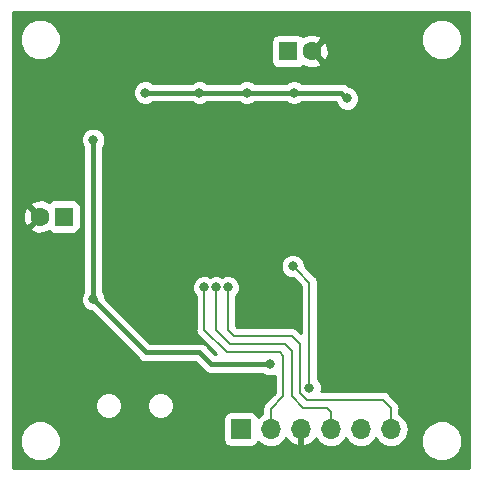
<source format=gbr>
G04 #@! TF.GenerationSoftware,KiCad,Pcbnew,(5.0.2)-1*
G04 #@! TF.CreationDate,2019-01-30T15:42:14+01:00*
G04 #@! TF.ProjectId,lab,6c61622e-6b69-4636-9164-5f7063625858,rev?*
G04 #@! TF.SameCoordinates,Original*
G04 #@! TF.FileFunction,Copper,L2,Bot*
G04 #@! TF.FilePolarity,Positive*
%FSLAX46Y46*%
G04 Gerber Fmt 4.6, Leading zero omitted, Abs format (unit mm)*
G04 Created by KiCad (PCBNEW (5.0.2)-1) date 30/01/2019 15:42:14*
%MOMM*%
%LPD*%
G01*
G04 APERTURE LIST*
G04 #@! TA.AperFunction,ComponentPad*
%ADD10C,1.600000*%
G04 #@! TD*
G04 #@! TA.AperFunction,ComponentPad*
%ADD11R,1.600000X1.600000*%
G04 #@! TD*
G04 #@! TA.AperFunction,ComponentPad*
%ADD12R,1.700000X1.700000*%
G04 #@! TD*
G04 #@! TA.AperFunction,ComponentPad*
%ADD13O,1.700000X1.700000*%
G04 #@! TD*
G04 #@! TA.AperFunction,ViaPad*
%ADD14C,0.800000*%
G04 #@! TD*
G04 #@! TA.AperFunction,Conductor*
%ADD15C,0.400000*%
G04 #@! TD*
G04 #@! TA.AperFunction,Conductor*
%ADD16C,0.200000*%
G04 #@! TD*
G04 #@! TA.AperFunction,Conductor*
%ADD17C,0.254000*%
G04 #@! TD*
G04 APERTURE END LIST*
D10*
G04 #@! TO.P,C1,2*
G04 #@! TO.N,GND*
X23000000Y-38000000D03*
D11*
G04 #@! TO.P,C1,1*
G04 #@! TO.N,+5V*
X25000000Y-38000000D03*
G04 #@! TD*
G04 #@! TO.P,C5,1*
G04 #@! TO.N,+3V3*
X44000000Y-24000000D03*
D10*
G04 #@! TO.P,C5,2*
G04 #@! TO.N,GND*
X46000000Y-24000000D03*
G04 #@! TD*
D12*
G04 #@! TO.P,J2,1*
G04 #@! TO.N,+3V3*
X40000000Y-56000000D03*
D13*
G04 #@! TO.P,J2,2*
G04 #@! TO.N,/SWCLK*
X42540000Y-56000000D03*
G04 #@! TO.P,J2,3*
G04 #@! TO.N,GND*
X45080000Y-56000000D03*
G04 #@! TO.P,J2,4*
G04 #@! TO.N,/SWDIO*
X47620000Y-56000000D03*
G04 #@! TO.P,J2,5*
G04 #@! TO.N,/NRST*
X50160000Y-56000000D03*
G04 #@! TO.P,J2,6*
G04 #@! TO.N,/SWO*
X52700000Y-56000000D03*
G04 #@! TD*
D14*
G04 #@! TO.N,GND*
X37000000Y-38000000D03*
X37000000Y-40000000D03*
X39000000Y-40000000D03*
X39000000Y-38000000D03*
X41000000Y-38000000D03*
X43000000Y-38000000D03*
X43000000Y-40000000D03*
X41000000Y-40000000D03*
X41000000Y-42000000D03*
X41000000Y-36000000D03*
X39000000Y-36000000D03*
X23000000Y-40000000D03*
X23000000Y-36000000D03*
X23000000Y-43000000D03*
X23000000Y-47000000D03*
X26000000Y-49000000D03*
X24000000Y-51000000D03*
X29000000Y-57000000D03*
X36000000Y-54000000D03*
X29000000Y-40000000D03*
X31000000Y-38000000D03*
X33000000Y-33000000D03*
X44000000Y-29000000D03*
X48000000Y-29000000D03*
X50000000Y-29000000D03*
X50000000Y-27000000D03*
X42000000Y-26000000D03*
X39500000Y-29000000D03*
X40000000Y-31000000D03*
X44000000Y-32500000D03*
X36500000Y-23000000D03*
X31500000Y-23000000D03*
X27000000Y-22500000D03*
X25500000Y-24000000D03*
X27000000Y-25500000D03*
X23000000Y-27000000D03*
X25000000Y-30000000D03*
X23000000Y-33000000D03*
X50000000Y-22500000D03*
X54000000Y-22500000D03*
X54000000Y-27000000D03*
X45000000Y-58000000D03*
X49000000Y-58000000D03*
X51000000Y-48500000D03*
X48000000Y-46000000D03*
X31000000Y-45500000D03*
X32500000Y-47000000D03*
X35000000Y-48000000D03*
X42500000Y-52500000D03*
G04 #@! TO.N,+3V3*
X49000000Y-28000000D03*
X44500000Y-27500000D03*
X40500000Y-27500000D03*
X27500000Y-31500000D03*
X42500000Y-50500000D03*
X27500000Y-45000000D03*
X31900000Y-27500000D03*
X36500000Y-27500000D03*
G04 #@! TO.N,/SWCLK*
X36900000Y-44000000D03*
G04 #@! TO.N,/SWDIO*
X37900000Y-44000000D03*
G04 #@! TO.N,/NRST*
X45800000Y-52500000D03*
X44399999Y-42199999D03*
G04 #@! TO.N,/SWO*
X38900000Y-44000000D03*
G04 #@! TD*
D15*
G04 #@! TO.N,+3V3*
X48500000Y-27500000D02*
X49000000Y-28000000D01*
X44500000Y-27500000D02*
X48500000Y-27500000D01*
X40500000Y-27500000D02*
X44500000Y-27500000D01*
X27500000Y-31500000D02*
X27500000Y-45000000D01*
X27500000Y-45000000D02*
X32000000Y-49500000D01*
X32000000Y-49500000D02*
X36500000Y-49500000D01*
X36500000Y-49500000D02*
X37500000Y-50500000D01*
X37500000Y-50500000D02*
X42500000Y-50500000D01*
X31900000Y-27500000D02*
X32465685Y-27500000D01*
X36500000Y-27500000D02*
X40500000Y-27500000D01*
X32465685Y-27500000D02*
X36500000Y-27500000D01*
D16*
G04 #@! TO.N,/SWCLK*
X38800000Y-49500000D02*
X36900000Y-47600000D01*
X43300000Y-49500000D02*
X38800000Y-49500000D01*
X43600000Y-49800000D02*
X43300000Y-49500000D01*
X43600000Y-53200000D02*
X43600000Y-49800000D01*
X42540000Y-56000000D02*
X42540000Y-54260000D01*
X42540000Y-54260000D02*
X43600000Y-53200000D01*
X36900000Y-47600000D02*
X36900000Y-44000000D01*
G04 #@! TO.N,/SWDIO*
X39100000Y-48800000D02*
X37900000Y-47600000D01*
X43700000Y-48800000D02*
X39100000Y-48800000D01*
X47620000Y-54520000D02*
X47300000Y-54200000D01*
X47300000Y-54200000D02*
X45300000Y-54200000D01*
X47620000Y-56000000D02*
X47620000Y-54520000D01*
X45300000Y-54200000D02*
X44300000Y-53200000D01*
X44300000Y-53200000D02*
X44300000Y-49400000D01*
X44300000Y-49400000D02*
X43700000Y-48800000D01*
X37900000Y-47600000D02*
X37900000Y-44000000D01*
G04 #@! TO.N,/NRST*
X44799998Y-42599998D02*
X44399999Y-42199999D01*
X45800000Y-43600000D02*
X44799998Y-42599998D01*
X45800000Y-52500000D02*
X45800000Y-43600000D01*
G04 #@! TO.N,/SWO*
X39400000Y-48100000D02*
X38900000Y-47600000D01*
X44300000Y-48100000D02*
X39400000Y-48100000D01*
X52700000Y-54200000D02*
X52000000Y-53500000D01*
X52700000Y-56000000D02*
X52700000Y-54200000D01*
X45600000Y-53500000D02*
X45000000Y-52900000D01*
X45000000Y-52900000D02*
X45000000Y-48800000D01*
X52000000Y-53500000D02*
X45600000Y-53500000D01*
X45000000Y-48800000D02*
X44300000Y-48100000D01*
X38900000Y-47600000D02*
X38900000Y-44000000D01*
G04 #@! TD*
D17*
G04 #@! TO.N,GND*
G36*
X59290001Y-59290000D02*
X20710000Y-59290000D01*
X20710000Y-56654887D01*
X21265000Y-56654887D01*
X21265000Y-57345113D01*
X21529138Y-57982799D01*
X22017201Y-58470862D01*
X22654887Y-58735000D01*
X23345113Y-58735000D01*
X23982799Y-58470862D01*
X24470862Y-57982799D01*
X24735000Y-57345113D01*
X24735000Y-56654887D01*
X24470862Y-56017201D01*
X23982799Y-55529138D01*
X23345113Y-55265000D01*
X22654887Y-55265000D01*
X22017201Y-55529138D01*
X21529138Y-56017201D01*
X21265000Y-56654887D01*
X20710000Y-56654887D01*
X20710000Y-53774234D01*
X27665000Y-53774234D01*
X27665000Y-54225766D01*
X27837793Y-54642926D01*
X28157074Y-54962207D01*
X28574234Y-55135000D01*
X29025766Y-55135000D01*
X29442926Y-54962207D01*
X29762207Y-54642926D01*
X29935000Y-54225766D01*
X29935000Y-53774234D01*
X32065000Y-53774234D01*
X32065000Y-54225766D01*
X32237793Y-54642926D01*
X32557074Y-54962207D01*
X32974234Y-55135000D01*
X33425766Y-55135000D01*
X33842926Y-54962207D01*
X34162207Y-54642926D01*
X34335000Y-54225766D01*
X34335000Y-53774234D01*
X34162207Y-53357074D01*
X33842926Y-53037793D01*
X33425766Y-52865000D01*
X32974234Y-52865000D01*
X32557074Y-53037793D01*
X32237793Y-53357074D01*
X32065000Y-53774234D01*
X29935000Y-53774234D01*
X29762207Y-53357074D01*
X29442926Y-53037793D01*
X29025766Y-52865000D01*
X28574234Y-52865000D01*
X28157074Y-53037793D01*
X27837793Y-53357074D01*
X27665000Y-53774234D01*
X20710000Y-53774234D01*
X20710000Y-37783223D01*
X21553035Y-37783223D01*
X21580222Y-38353454D01*
X21746136Y-38754005D01*
X21992255Y-38828139D01*
X22820395Y-38000000D01*
X21992255Y-37171861D01*
X21746136Y-37245995D01*
X21553035Y-37783223D01*
X20710000Y-37783223D01*
X20710000Y-36992255D01*
X22171861Y-36992255D01*
X23000000Y-37820395D01*
X23014142Y-37806252D01*
X23193748Y-37985858D01*
X23179605Y-38000000D01*
X23193748Y-38014143D01*
X23014142Y-38193748D01*
X23000000Y-38179605D01*
X22171861Y-39007745D01*
X22245995Y-39253864D01*
X22783223Y-39446965D01*
X23353454Y-39419778D01*
X23743067Y-39258395D01*
X23952235Y-39398157D01*
X24200000Y-39447440D01*
X25800000Y-39447440D01*
X26047765Y-39398157D01*
X26257809Y-39257809D01*
X26398157Y-39047765D01*
X26447440Y-38800000D01*
X26447440Y-37200000D01*
X26398157Y-36952235D01*
X26257809Y-36742191D01*
X26047765Y-36601843D01*
X25800000Y-36552560D01*
X24200000Y-36552560D01*
X23952235Y-36601843D01*
X23742484Y-36741995D01*
X23216777Y-36553035D01*
X22646546Y-36580222D01*
X22245995Y-36746136D01*
X22171861Y-36992255D01*
X20710000Y-36992255D01*
X20710000Y-31294126D01*
X26465000Y-31294126D01*
X26465000Y-31705874D01*
X26622569Y-32086280D01*
X26665000Y-32128711D01*
X26665001Y-44371288D01*
X26622569Y-44413720D01*
X26465000Y-44794126D01*
X26465000Y-45205874D01*
X26622569Y-45586280D01*
X26913720Y-45877431D01*
X27294126Y-46035000D01*
X27354133Y-46035000D01*
X31351415Y-50032283D01*
X31397999Y-50102001D01*
X31674199Y-50286552D01*
X31917763Y-50335000D01*
X31917766Y-50335000D01*
X31999999Y-50351357D01*
X32082232Y-50335000D01*
X36154133Y-50335000D01*
X36851415Y-51032282D01*
X36897999Y-51102001D01*
X37174199Y-51286552D01*
X37417763Y-51335000D01*
X37500000Y-51351358D01*
X37582237Y-51335000D01*
X41871289Y-51335000D01*
X41913720Y-51377431D01*
X42294126Y-51535000D01*
X42705874Y-51535000D01*
X42865001Y-51469088D01*
X42865000Y-52895553D01*
X42071463Y-53689091D01*
X42010096Y-53730095D01*
X41969092Y-53791462D01*
X41969091Y-53791463D01*
X41847646Y-53973218D01*
X41790602Y-54260000D01*
X41805001Y-54332389D01*
X41805001Y-54705117D01*
X41469375Y-54929375D01*
X41457184Y-54947619D01*
X41448157Y-54902235D01*
X41307809Y-54692191D01*
X41097765Y-54551843D01*
X40850000Y-54502560D01*
X39150000Y-54502560D01*
X38902235Y-54551843D01*
X38692191Y-54692191D01*
X38551843Y-54902235D01*
X38502560Y-55150000D01*
X38502560Y-56850000D01*
X38551843Y-57097765D01*
X38692191Y-57307809D01*
X38902235Y-57448157D01*
X39150000Y-57497440D01*
X40850000Y-57497440D01*
X41097765Y-57448157D01*
X41307809Y-57307809D01*
X41448157Y-57097765D01*
X41457184Y-57052381D01*
X41469375Y-57070625D01*
X41960582Y-57398839D01*
X42393744Y-57485000D01*
X42686256Y-57485000D01*
X43119418Y-57398839D01*
X43610625Y-57070625D01*
X43823843Y-56751522D01*
X43884817Y-56881358D01*
X44313076Y-57271645D01*
X44723110Y-57441476D01*
X44953000Y-57320155D01*
X44953000Y-56127000D01*
X44933000Y-56127000D01*
X44933000Y-55873000D01*
X44953000Y-55873000D01*
X44953000Y-55853000D01*
X45207000Y-55853000D01*
X45207000Y-55873000D01*
X45227000Y-55873000D01*
X45227000Y-56127000D01*
X45207000Y-56127000D01*
X45207000Y-57320155D01*
X45436890Y-57441476D01*
X45846924Y-57271645D01*
X46275183Y-56881358D01*
X46336157Y-56751522D01*
X46549375Y-57070625D01*
X47040582Y-57398839D01*
X47473744Y-57485000D01*
X47766256Y-57485000D01*
X48199418Y-57398839D01*
X48690625Y-57070625D01*
X48890000Y-56772239D01*
X49089375Y-57070625D01*
X49580582Y-57398839D01*
X50013744Y-57485000D01*
X50306256Y-57485000D01*
X50739418Y-57398839D01*
X51230625Y-57070625D01*
X51430000Y-56772239D01*
X51629375Y-57070625D01*
X52120582Y-57398839D01*
X52553744Y-57485000D01*
X52846256Y-57485000D01*
X53279418Y-57398839D01*
X53770625Y-57070625D01*
X54048412Y-56654887D01*
X55265000Y-56654887D01*
X55265000Y-57345113D01*
X55529138Y-57982799D01*
X56017201Y-58470862D01*
X56654887Y-58735000D01*
X57345113Y-58735000D01*
X57982799Y-58470862D01*
X58470862Y-57982799D01*
X58735000Y-57345113D01*
X58735000Y-56654887D01*
X58470862Y-56017201D01*
X57982799Y-55529138D01*
X57345113Y-55265000D01*
X56654887Y-55265000D01*
X56017201Y-55529138D01*
X55529138Y-56017201D01*
X55265000Y-56654887D01*
X54048412Y-56654887D01*
X54098839Y-56579418D01*
X54214092Y-56000000D01*
X54098839Y-55420582D01*
X53770625Y-54929375D01*
X53435000Y-54705118D01*
X53435000Y-54272383D01*
X53449398Y-54199999D01*
X53435000Y-54127615D01*
X53435000Y-54127612D01*
X53392354Y-53913217D01*
X53229905Y-53670095D01*
X53168537Y-53629090D01*
X52570911Y-53031465D01*
X52529905Y-52970095D01*
X52286783Y-52807646D01*
X52072388Y-52765000D01*
X52072384Y-52765000D01*
X52000000Y-52750602D01*
X51927616Y-52765000D01*
X46810509Y-52765000D01*
X46835000Y-52705874D01*
X46835000Y-52294126D01*
X46677431Y-51913720D01*
X46535000Y-51771289D01*
X46535000Y-43672383D01*
X46549398Y-43599999D01*
X46535000Y-43527615D01*
X46535000Y-43527612D01*
X46492354Y-43313217D01*
X46329905Y-43070095D01*
X46268537Y-43029090D01*
X45434999Y-42195553D01*
X45434999Y-41994125D01*
X45277430Y-41613719D01*
X44986279Y-41322568D01*
X44605873Y-41164999D01*
X44194125Y-41164999D01*
X43813719Y-41322568D01*
X43522568Y-41613719D01*
X43364999Y-41994125D01*
X43364999Y-42405873D01*
X43522568Y-42786279D01*
X43813719Y-43077430D01*
X44194125Y-43234999D01*
X44395553Y-43234999D01*
X45065001Y-43904448D01*
X45065001Y-47825554D01*
X44870911Y-47631465D01*
X44829905Y-47570095D01*
X44586783Y-47407646D01*
X44372388Y-47365000D01*
X44372384Y-47365000D01*
X44300000Y-47350602D01*
X44227616Y-47365000D01*
X39704447Y-47365000D01*
X39635000Y-47295554D01*
X39635000Y-44728711D01*
X39777431Y-44586280D01*
X39935000Y-44205874D01*
X39935000Y-43794126D01*
X39777431Y-43413720D01*
X39486280Y-43122569D01*
X39105874Y-42965000D01*
X38694126Y-42965000D01*
X38400000Y-43086831D01*
X38105874Y-42965000D01*
X37694126Y-42965000D01*
X37400000Y-43086831D01*
X37105874Y-42965000D01*
X36694126Y-42965000D01*
X36313720Y-43122569D01*
X36022569Y-43413720D01*
X35865000Y-43794126D01*
X35865000Y-44205874D01*
X36022569Y-44586280D01*
X36165001Y-44728712D01*
X36165000Y-47527616D01*
X36150602Y-47600000D01*
X36165000Y-47672384D01*
X36165000Y-47672387D01*
X36207646Y-47886782D01*
X36370095Y-48129905D01*
X36431465Y-48170911D01*
X37925553Y-49665000D01*
X37845868Y-49665000D01*
X37148587Y-48967720D01*
X37102001Y-48897999D01*
X36825801Y-48713448D01*
X36582237Y-48665000D01*
X36582233Y-48665000D01*
X36500000Y-48648643D01*
X36417767Y-48665000D01*
X32345868Y-48665000D01*
X28535000Y-44854133D01*
X28535000Y-44794126D01*
X28377431Y-44413720D01*
X28335000Y-44371289D01*
X28335000Y-32128711D01*
X28377431Y-32086280D01*
X28535000Y-31705874D01*
X28535000Y-31294126D01*
X28377431Y-30913720D01*
X28086280Y-30622569D01*
X27705874Y-30465000D01*
X27294126Y-30465000D01*
X26913720Y-30622569D01*
X26622569Y-30913720D01*
X26465000Y-31294126D01*
X20710000Y-31294126D01*
X20710000Y-27294126D01*
X30865000Y-27294126D01*
X30865000Y-27705874D01*
X31022569Y-28086280D01*
X31313720Y-28377431D01*
X31694126Y-28535000D01*
X32105874Y-28535000D01*
X32486280Y-28377431D01*
X32528711Y-28335000D01*
X35871289Y-28335000D01*
X35913720Y-28377431D01*
X36294126Y-28535000D01*
X36705874Y-28535000D01*
X37086280Y-28377431D01*
X37128711Y-28335000D01*
X39871289Y-28335000D01*
X39913720Y-28377431D01*
X40294126Y-28535000D01*
X40705874Y-28535000D01*
X41086280Y-28377431D01*
X41128711Y-28335000D01*
X43871289Y-28335000D01*
X43913720Y-28377431D01*
X44294126Y-28535000D01*
X44705874Y-28535000D01*
X45086280Y-28377431D01*
X45128711Y-28335000D01*
X48018486Y-28335000D01*
X48122569Y-28586280D01*
X48413720Y-28877431D01*
X48794126Y-29035000D01*
X49205874Y-29035000D01*
X49586280Y-28877431D01*
X49877431Y-28586280D01*
X50035000Y-28205874D01*
X50035000Y-27794126D01*
X49877431Y-27413720D01*
X49586280Y-27122569D01*
X49205874Y-26965000D01*
X49146770Y-26965000D01*
X49102001Y-26897999D01*
X48825801Y-26713448D01*
X48582237Y-26665000D01*
X48582233Y-26665000D01*
X48500000Y-26648643D01*
X48417767Y-26665000D01*
X45128711Y-26665000D01*
X45086280Y-26622569D01*
X44705874Y-26465000D01*
X44294126Y-26465000D01*
X43913720Y-26622569D01*
X43871289Y-26665000D01*
X41128711Y-26665000D01*
X41086280Y-26622569D01*
X40705874Y-26465000D01*
X40294126Y-26465000D01*
X39913720Y-26622569D01*
X39871289Y-26665000D01*
X37128711Y-26665000D01*
X37086280Y-26622569D01*
X36705874Y-26465000D01*
X36294126Y-26465000D01*
X35913720Y-26622569D01*
X35871289Y-26665000D01*
X32528711Y-26665000D01*
X32486280Y-26622569D01*
X32105874Y-26465000D01*
X31694126Y-26465000D01*
X31313720Y-26622569D01*
X31022569Y-26913720D01*
X30865000Y-27294126D01*
X20710000Y-27294126D01*
X20710000Y-22654887D01*
X21265000Y-22654887D01*
X21265000Y-23345113D01*
X21529138Y-23982799D01*
X22017201Y-24470862D01*
X22654887Y-24735000D01*
X23345113Y-24735000D01*
X23982799Y-24470862D01*
X24470862Y-23982799D01*
X24735000Y-23345113D01*
X24735000Y-23200000D01*
X42552560Y-23200000D01*
X42552560Y-24800000D01*
X42601843Y-25047765D01*
X42742191Y-25257809D01*
X42952235Y-25398157D01*
X43200000Y-25447440D01*
X44800000Y-25447440D01*
X45047765Y-25398157D01*
X45257516Y-25258005D01*
X45783223Y-25446965D01*
X46353454Y-25419778D01*
X46754005Y-25253864D01*
X46828139Y-25007745D01*
X46000000Y-24179605D01*
X45985858Y-24193748D01*
X45806253Y-24014143D01*
X45820395Y-24000000D01*
X46179605Y-24000000D01*
X47007745Y-24828139D01*
X47253864Y-24754005D01*
X47446965Y-24216777D01*
X47419778Y-23646546D01*
X47253864Y-23245995D01*
X47007745Y-23171861D01*
X46179605Y-24000000D01*
X45820395Y-24000000D01*
X45806253Y-23985858D01*
X45985858Y-23806252D01*
X46000000Y-23820395D01*
X46828139Y-22992255D01*
X46754005Y-22746136D01*
X46500141Y-22654887D01*
X55265000Y-22654887D01*
X55265000Y-23345113D01*
X55529138Y-23982799D01*
X56017201Y-24470862D01*
X56654887Y-24735000D01*
X57345113Y-24735000D01*
X57982799Y-24470862D01*
X58470862Y-23982799D01*
X58735000Y-23345113D01*
X58735000Y-22654887D01*
X58470862Y-22017201D01*
X57982799Y-21529138D01*
X57345113Y-21265000D01*
X56654887Y-21265000D01*
X56017201Y-21529138D01*
X55529138Y-22017201D01*
X55265000Y-22654887D01*
X46500141Y-22654887D01*
X46216777Y-22553035D01*
X45646546Y-22580222D01*
X45256933Y-22741605D01*
X45047765Y-22601843D01*
X44800000Y-22552560D01*
X43200000Y-22552560D01*
X42952235Y-22601843D01*
X42742191Y-22742191D01*
X42601843Y-22952235D01*
X42552560Y-23200000D01*
X24735000Y-23200000D01*
X24735000Y-22654887D01*
X24470862Y-22017201D01*
X23982799Y-21529138D01*
X23345113Y-21265000D01*
X22654887Y-21265000D01*
X22017201Y-21529138D01*
X21529138Y-22017201D01*
X21265000Y-22654887D01*
X20710000Y-22654887D01*
X20710000Y-20710000D01*
X59290000Y-20710000D01*
X59290001Y-59290000D01*
X59290001Y-59290000D01*
G37*
X59290001Y-59290000D02*
X20710000Y-59290000D01*
X20710000Y-56654887D01*
X21265000Y-56654887D01*
X21265000Y-57345113D01*
X21529138Y-57982799D01*
X22017201Y-58470862D01*
X22654887Y-58735000D01*
X23345113Y-58735000D01*
X23982799Y-58470862D01*
X24470862Y-57982799D01*
X24735000Y-57345113D01*
X24735000Y-56654887D01*
X24470862Y-56017201D01*
X23982799Y-55529138D01*
X23345113Y-55265000D01*
X22654887Y-55265000D01*
X22017201Y-55529138D01*
X21529138Y-56017201D01*
X21265000Y-56654887D01*
X20710000Y-56654887D01*
X20710000Y-53774234D01*
X27665000Y-53774234D01*
X27665000Y-54225766D01*
X27837793Y-54642926D01*
X28157074Y-54962207D01*
X28574234Y-55135000D01*
X29025766Y-55135000D01*
X29442926Y-54962207D01*
X29762207Y-54642926D01*
X29935000Y-54225766D01*
X29935000Y-53774234D01*
X32065000Y-53774234D01*
X32065000Y-54225766D01*
X32237793Y-54642926D01*
X32557074Y-54962207D01*
X32974234Y-55135000D01*
X33425766Y-55135000D01*
X33842926Y-54962207D01*
X34162207Y-54642926D01*
X34335000Y-54225766D01*
X34335000Y-53774234D01*
X34162207Y-53357074D01*
X33842926Y-53037793D01*
X33425766Y-52865000D01*
X32974234Y-52865000D01*
X32557074Y-53037793D01*
X32237793Y-53357074D01*
X32065000Y-53774234D01*
X29935000Y-53774234D01*
X29762207Y-53357074D01*
X29442926Y-53037793D01*
X29025766Y-52865000D01*
X28574234Y-52865000D01*
X28157074Y-53037793D01*
X27837793Y-53357074D01*
X27665000Y-53774234D01*
X20710000Y-53774234D01*
X20710000Y-37783223D01*
X21553035Y-37783223D01*
X21580222Y-38353454D01*
X21746136Y-38754005D01*
X21992255Y-38828139D01*
X22820395Y-38000000D01*
X21992255Y-37171861D01*
X21746136Y-37245995D01*
X21553035Y-37783223D01*
X20710000Y-37783223D01*
X20710000Y-36992255D01*
X22171861Y-36992255D01*
X23000000Y-37820395D01*
X23014142Y-37806252D01*
X23193748Y-37985858D01*
X23179605Y-38000000D01*
X23193748Y-38014143D01*
X23014142Y-38193748D01*
X23000000Y-38179605D01*
X22171861Y-39007745D01*
X22245995Y-39253864D01*
X22783223Y-39446965D01*
X23353454Y-39419778D01*
X23743067Y-39258395D01*
X23952235Y-39398157D01*
X24200000Y-39447440D01*
X25800000Y-39447440D01*
X26047765Y-39398157D01*
X26257809Y-39257809D01*
X26398157Y-39047765D01*
X26447440Y-38800000D01*
X26447440Y-37200000D01*
X26398157Y-36952235D01*
X26257809Y-36742191D01*
X26047765Y-36601843D01*
X25800000Y-36552560D01*
X24200000Y-36552560D01*
X23952235Y-36601843D01*
X23742484Y-36741995D01*
X23216777Y-36553035D01*
X22646546Y-36580222D01*
X22245995Y-36746136D01*
X22171861Y-36992255D01*
X20710000Y-36992255D01*
X20710000Y-31294126D01*
X26465000Y-31294126D01*
X26465000Y-31705874D01*
X26622569Y-32086280D01*
X26665000Y-32128711D01*
X26665001Y-44371288D01*
X26622569Y-44413720D01*
X26465000Y-44794126D01*
X26465000Y-45205874D01*
X26622569Y-45586280D01*
X26913720Y-45877431D01*
X27294126Y-46035000D01*
X27354133Y-46035000D01*
X31351415Y-50032283D01*
X31397999Y-50102001D01*
X31674199Y-50286552D01*
X31917763Y-50335000D01*
X31917766Y-50335000D01*
X31999999Y-50351357D01*
X32082232Y-50335000D01*
X36154133Y-50335000D01*
X36851415Y-51032282D01*
X36897999Y-51102001D01*
X37174199Y-51286552D01*
X37417763Y-51335000D01*
X37500000Y-51351358D01*
X37582237Y-51335000D01*
X41871289Y-51335000D01*
X41913720Y-51377431D01*
X42294126Y-51535000D01*
X42705874Y-51535000D01*
X42865001Y-51469088D01*
X42865000Y-52895553D01*
X42071463Y-53689091D01*
X42010096Y-53730095D01*
X41969092Y-53791462D01*
X41969091Y-53791463D01*
X41847646Y-53973218D01*
X41790602Y-54260000D01*
X41805001Y-54332389D01*
X41805001Y-54705117D01*
X41469375Y-54929375D01*
X41457184Y-54947619D01*
X41448157Y-54902235D01*
X41307809Y-54692191D01*
X41097765Y-54551843D01*
X40850000Y-54502560D01*
X39150000Y-54502560D01*
X38902235Y-54551843D01*
X38692191Y-54692191D01*
X38551843Y-54902235D01*
X38502560Y-55150000D01*
X38502560Y-56850000D01*
X38551843Y-57097765D01*
X38692191Y-57307809D01*
X38902235Y-57448157D01*
X39150000Y-57497440D01*
X40850000Y-57497440D01*
X41097765Y-57448157D01*
X41307809Y-57307809D01*
X41448157Y-57097765D01*
X41457184Y-57052381D01*
X41469375Y-57070625D01*
X41960582Y-57398839D01*
X42393744Y-57485000D01*
X42686256Y-57485000D01*
X43119418Y-57398839D01*
X43610625Y-57070625D01*
X43823843Y-56751522D01*
X43884817Y-56881358D01*
X44313076Y-57271645D01*
X44723110Y-57441476D01*
X44953000Y-57320155D01*
X44953000Y-56127000D01*
X44933000Y-56127000D01*
X44933000Y-55873000D01*
X44953000Y-55873000D01*
X44953000Y-55853000D01*
X45207000Y-55853000D01*
X45207000Y-55873000D01*
X45227000Y-55873000D01*
X45227000Y-56127000D01*
X45207000Y-56127000D01*
X45207000Y-57320155D01*
X45436890Y-57441476D01*
X45846924Y-57271645D01*
X46275183Y-56881358D01*
X46336157Y-56751522D01*
X46549375Y-57070625D01*
X47040582Y-57398839D01*
X47473744Y-57485000D01*
X47766256Y-57485000D01*
X48199418Y-57398839D01*
X48690625Y-57070625D01*
X48890000Y-56772239D01*
X49089375Y-57070625D01*
X49580582Y-57398839D01*
X50013744Y-57485000D01*
X50306256Y-57485000D01*
X50739418Y-57398839D01*
X51230625Y-57070625D01*
X51430000Y-56772239D01*
X51629375Y-57070625D01*
X52120582Y-57398839D01*
X52553744Y-57485000D01*
X52846256Y-57485000D01*
X53279418Y-57398839D01*
X53770625Y-57070625D01*
X54048412Y-56654887D01*
X55265000Y-56654887D01*
X55265000Y-57345113D01*
X55529138Y-57982799D01*
X56017201Y-58470862D01*
X56654887Y-58735000D01*
X57345113Y-58735000D01*
X57982799Y-58470862D01*
X58470862Y-57982799D01*
X58735000Y-57345113D01*
X58735000Y-56654887D01*
X58470862Y-56017201D01*
X57982799Y-55529138D01*
X57345113Y-55265000D01*
X56654887Y-55265000D01*
X56017201Y-55529138D01*
X55529138Y-56017201D01*
X55265000Y-56654887D01*
X54048412Y-56654887D01*
X54098839Y-56579418D01*
X54214092Y-56000000D01*
X54098839Y-55420582D01*
X53770625Y-54929375D01*
X53435000Y-54705118D01*
X53435000Y-54272383D01*
X53449398Y-54199999D01*
X53435000Y-54127615D01*
X53435000Y-54127612D01*
X53392354Y-53913217D01*
X53229905Y-53670095D01*
X53168537Y-53629090D01*
X52570911Y-53031465D01*
X52529905Y-52970095D01*
X52286783Y-52807646D01*
X52072388Y-52765000D01*
X52072384Y-52765000D01*
X52000000Y-52750602D01*
X51927616Y-52765000D01*
X46810509Y-52765000D01*
X46835000Y-52705874D01*
X46835000Y-52294126D01*
X46677431Y-51913720D01*
X46535000Y-51771289D01*
X46535000Y-43672383D01*
X46549398Y-43599999D01*
X46535000Y-43527615D01*
X46535000Y-43527612D01*
X46492354Y-43313217D01*
X46329905Y-43070095D01*
X46268537Y-43029090D01*
X45434999Y-42195553D01*
X45434999Y-41994125D01*
X45277430Y-41613719D01*
X44986279Y-41322568D01*
X44605873Y-41164999D01*
X44194125Y-41164999D01*
X43813719Y-41322568D01*
X43522568Y-41613719D01*
X43364999Y-41994125D01*
X43364999Y-42405873D01*
X43522568Y-42786279D01*
X43813719Y-43077430D01*
X44194125Y-43234999D01*
X44395553Y-43234999D01*
X45065001Y-43904448D01*
X45065001Y-47825554D01*
X44870911Y-47631465D01*
X44829905Y-47570095D01*
X44586783Y-47407646D01*
X44372388Y-47365000D01*
X44372384Y-47365000D01*
X44300000Y-47350602D01*
X44227616Y-47365000D01*
X39704447Y-47365000D01*
X39635000Y-47295554D01*
X39635000Y-44728711D01*
X39777431Y-44586280D01*
X39935000Y-44205874D01*
X39935000Y-43794126D01*
X39777431Y-43413720D01*
X39486280Y-43122569D01*
X39105874Y-42965000D01*
X38694126Y-42965000D01*
X38400000Y-43086831D01*
X38105874Y-42965000D01*
X37694126Y-42965000D01*
X37400000Y-43086831D01*
X37105874Y-42965000D01*
X36694126Y-42965000D01*
X36313720Y-43122569D01*
X36022569Y-43413720D01*
X35865000Y-43794126D01*
X35865000Y-44205874D01*
X36022569Y-44586280D01*
X36165001Y-44728712D01*
X36165000Y-47527616D01*
X36150602Y-47600000D01*
X36165000Y-47672384D01*
X36165000Y-47672387D01*
X36207646Y-47886782D01*
X36370095Y-48129905D01*
X36431465Y-48170911D01*
X37925553Y-49665000D01*
X37845868Y-49665000D01*
X37148587Y-48967720D01*
X37102001Y-48897999D01*
X36825801Y-48713448D01*
X36582237Y-48665000D01*
X36582233Y-48665000D01*
X36500000Y-48648643D01*
X36417767Y-48665000D01*
X32345868Y-48665000D01*
X28535000Y-44854133D01*
X28535000Y-44794126D01*
X28377431Y-44413720D01*
X28335000Y-44371289D01*
X28335000Y-32128711D01*
X28377431Y-32086280D01*
X28535000Y-31705874D01*
X28535000Y-31294126D01*
X28377431Y-30913720D01*
X28086280Y-30622569D01*
X27705874Y-30465000D01*
X27294126Y-30465000D01*
X26913720Y-30622569D01*
X26622569Y-30913720D01*
X26465000Y-31294126D01*
X20710000Y-31294126D01*
X20710000Y-27294126D01*
X30865000Y-27294126D01*
X30865000Y-27705874D01*
X31022569Y-28086280D01*
X31313720Y-28377431D01*
X31694126Y-28535000D01*
X32105874Y-28535000D01*
X32486280Y-28377431D01*
X32528711Y-28335000D01*
X35871289Y-28335000D01*
X35913720Y-28377431D01*
X36294126Y-28535000D01*
X36705874Y-28535000D01*
X37086280Y-28377431D01*
X37128711Y-28335000D01*
X39871289Y-28335000D01*
X39913720Y-28377431D01*
X40294126Y-28535000D01*
X40705874Y-28535000D01*
X41086280Y-28377431D01*
X41128711Y-28335000D01*
X43871289Y-28335000D01*
X43913720Y-28377431D01*
X44294126Y-28535000D01*
X44705874Y-28535000D01*
X45086280Y-28377431D01*
X45128711Y-28335000D01*
X48018486Y-28335000D01*
X48122569Y-28586280D01*
X48413720Y-28877431D01*
X48794126Y-29035000D01*
X49205874Y-29035000D01*
X49586280Y-28877431D01*
X49877431Y-28586280D01*
X50035000Y-28205874D01*
X50035000Y-27794126D01*
X49877431Y-27413720D01*
X49586280Y-27122569D01*
X49205874Y-26965000D01*
X49146770Y-26965000D01*
X49102001Y-26897999D01*
X48825801Y-26713448D01*
X48582237Y-26665000D01*
X48582233Y-26665000D01*
X48500000Y-26648643D01*
X48417767Y-26665000D01*
X45128711Y-26665000D01*
X45086280Y-26622569D01*
X44705874Y-26465000D01*
X44294126Y-26465000D01*
X43913720Y-26622569D01*
X43871289Y-26665000D01*
X41128711Y-26665000D01*
X41086280Y-26622569D01*
X40705874Y-26465000D01*
X40294126Y-26465000D01*
X39913720Y-26622569D01*
X39871289Y-26665000D01*
X37128711Y-26665000D01*
X37086280Y-26622569D01*
X36705874Y-26465000D01*
X36294126Y-26465000D01*
X35913720Y-26622569D01*
X35871289Y-26665000D01*
X32528711Y-26665000D01*
X32486280Y-26622569D01*
X32105874Y-26465000D01*
X31694126Y-26465000D01*
X31313720Y-26622569D01*
X31022569Y-26913720D01*
X30865000Y-27294126D01*
X20710000Y-27294126D01*
X20710000Y-22654887D01*
X21265000Y-22654887D01*
X21265000Y-23345113D01*
X21529138Y-23982799D01*
X22017201Y-24470862D01*
X22654887Y-24735000D01*
X23345113Y-24735000D01*
X23982799Y-24470862D01*
X24470862Y-23982799D01*
X24735000Y-23345113D01*
X24735000Y-23200000D01*
X42552560Y-23200000D01*
X42552560Y-24800000D01*
X42601843Y-25047765D01*
X42742191Y-25257809D01*
X42952235Y-25398157D01*
X43200000Y-25447440D01*
X44800000Y-25447440D01*
X45047765Y-25398157D01*
X45257516Y-25258005D01*
X45783223Y-25446965D01*
X46353454Y-25419778D01*
X46754005Y-25253864D01*
X46828139Y-25007745D01*
X46000000Y-24179605D01*
X45985858Y-24193748D01*
X45806253Y-24014143D01*
X45820395Y-24000000D01*
X46179605Y-24000000D01*
X47007745Y-24828139D01*
X47253864Y-24754005D01*
X47446965Y-24216777D01*
X47419778Y-23646546D01*
X47253864Y-23245995D01*
X47007745Y-23171861D01*
X46179605Y-24000000D01*
X45820395Y-24000000D01*
X45806253Y-23985858D01*
X45985858Y-23806252D01*
X46000000Y-23820395D01*
X46828139Y-22992255D01*
X46754005Y-22746136D01*
X46500141Y-22654887D01*
X55265000Y-22654887D01*
X55265000Y-23345113D01*
X55529138Y-23982799D01*
X56017201Y-24470862D01*
X56654887Y-24735000D01*
X57345113Y-24735000D01*
X57982799Y-24470862D01*
X58470862Y-23982799D01*
X58735000Y-23345113D01*
X58735000Y-22654887D01*
X58470862Y-22017201D01*
X57982799Y-21529138D01*
X57345113Y-21265000D01*
X56654887Y-21265000D01*
X56017201Y-21529138D01*
X55529138Y-22017201D01*
X55265000Y-22654887D01*
X46500141Y-22654887D01*
X46216777Y-22553035D01*
X45646546Y-22580222D01*
X45256933Y-22741605D01*
X45047765Y-22601843D01*
X44800000Y-22552560D01*
X43200000Y-22552560D01*
X42952235Y-22601843D01*
X42742191Y-22742191D01*
X42601843Y-22952235D01*
X42552560Y-23200000D01*
X24735000Y-23200000D01*
X24735000Y-22654887D01*
X24470862Y-22017201D01*
X23982799Y-21529138D01*
X23345113Y-21265000D01*
X22654887Y-21265000D01*
X22017201Y-21529138D01*
X21529138Y-22017201D01*
X21265000Y-22654887D01*
X20710000Y-22654887D01*
X20710000Y-20710000D01*
X59290000Y-20710000D01*
X59290001Y-59290000D01*
G04 #@! TD*
M02*

</source>
